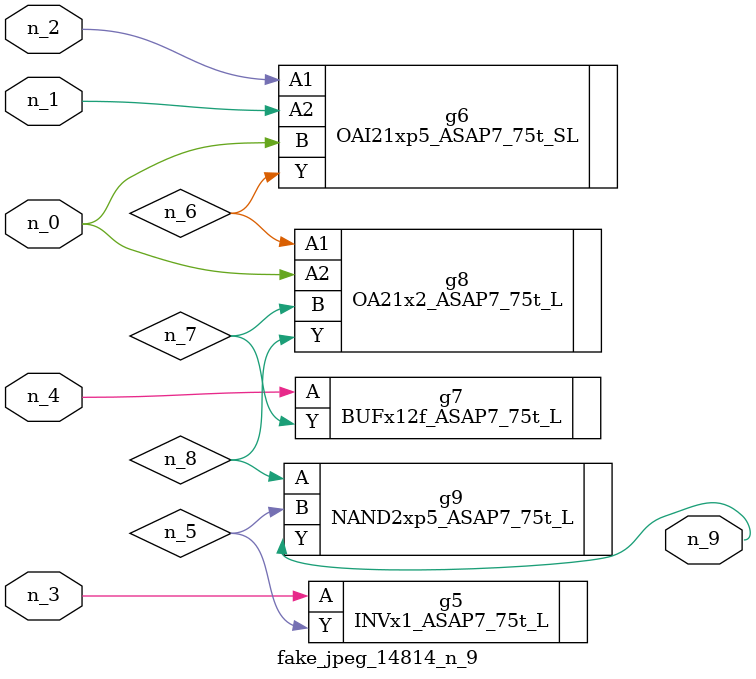
<source format=v>
module fake_jpeg_14814_n_9 (n_3, n_2, n_1, n_0, n_4, n_9);

input n_3;
input n_2;
input n_1;
input n_0;
input n_4;

output n_9;

wire n_8;
wire n_6;
wire n_5;
wire n_7;

INVx1_ASAP7_75t_L g5 ( 
.A(n_3),
.Y(n_5)
);

OAI21xp5_ASAP7_75t_SL g6 ( 
.A1(n_2),
.A2(n_1),
.B(n_0),
.Y(n_6)
);

BUFx12f_ASAP7_75t_L g7 ( 
.A(n_4),
.Y(n_7)
);

OA21x2_ASAP7_75t_L g8 ( 
.A1(n_6),
.A2(n_0),
.B(n_7),
.Y(n_8)
);

NAND2xp5_ASAP7_75t_L g9 ( 
.A(n_8),
.B(n_5),
.Y(n_9)
);


endmodule
</source>
